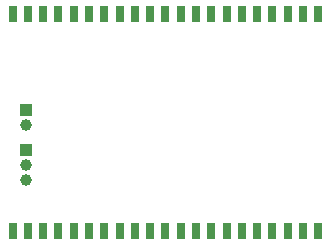
<source format=gbs>
G04 #@! TF.GenerationSoftware,KiCad,Pcbnew,(6.0.7)*
G04 #@! TF.CreationDate,2022-09-01T19:33:11+03:00*
G04 #@! TF.ProjectId,MCU_M_V3,4d43555f-4d5f-4563-932e-6b696361645f,rev?*
G04 #@! TF.SameCoordinates,Original*
G04 #@! TF.FileFunction,Soldermask,Bot*
G04 #@! TF.FilePolarity,Negative*
%FSLAX46Y46*%
G04 Gerber Fmt 4.6, Leading zero omitted, Abs format (unit mm)*
G04 Created by KiCad (PCBNEW (6.0.7)) date 2022-09-01 19:33:11*
%MOMM*%
%LPD*%
G01*
G04 APERTURE LIST*
%ADD10R,1.000000X1.000000*%
%ADD11C,1.000000*%
%ADD12R,0.800000X1.400000*%
G04 APERTURE END LIST*
D10*
G04 #@! TO.C,J1*
X172100000Y-94065000D03*
D11*
X172100000Y-95335000D03*
G04 #@! TD*
D10*
G04 #@! TO.C,J2*
X172100000Y-97430000D03*
D11*
X172100000Y-98700000D03*
X172100000Y-99970000D03*
G04 #@! TD*
D12*
G04 #@! TO.C,H2*
X196839116Y-104300000D03*
X195545088Y-104300000D03*
X194251059Y-104300000D03*
X192957082Y-104300000D03*
X191663053Y-104300000D03*
X190369025Y-104300000D03*
X189074997Y-104300000D03*
X187780968Y-104300000D03*
X186486940Y-104300000D03*
X185192911Y-104300000D03*
X183898934Y-104300000D03*
X182604905Y-104300000D03*
X181310877Y-104300000D03*
X180017103Y-104300000D03*
X178723379Y-104300000D03*
X177429605Y-104300000D03*
X176135881Y-104300000D03*
X174842107Y-104300000D03*
X173548383Y-104300000D03*
X172254609Y-104300000D03*
X170960885Y-104300000D03*
G04 #@! TD*
G04 #@! TO.C,H1*
X170961852Y-85900000D03*
X172255880Y-85900000D03*
X173549909Y-85900000D03*
X174843886Y-85900000D03*
X176137915Y-85900000D03*
X177431943Y-85900000D03*
X178725971Y-85900000D03*
X180020000Y-85900000D03*
X181314028Y-85900000D03*
X182608057Y-85900000D03*
X183902034Y-85900000D03*
X185196063Y-85900000D03*
X186490091Y-85900000D03*
X187783865Y-85900000D03*
X189077589Y-85900000D03*
X190371363Y-85900000D03*
X191665087Y-85900000D03*
X192958861Y-85900000D03*
X194252585Y-85900000D03*
X195546359Y-85900000D03*
X196840083Y-85900000D03*
G04 #@! TD*
M02*

</source>
